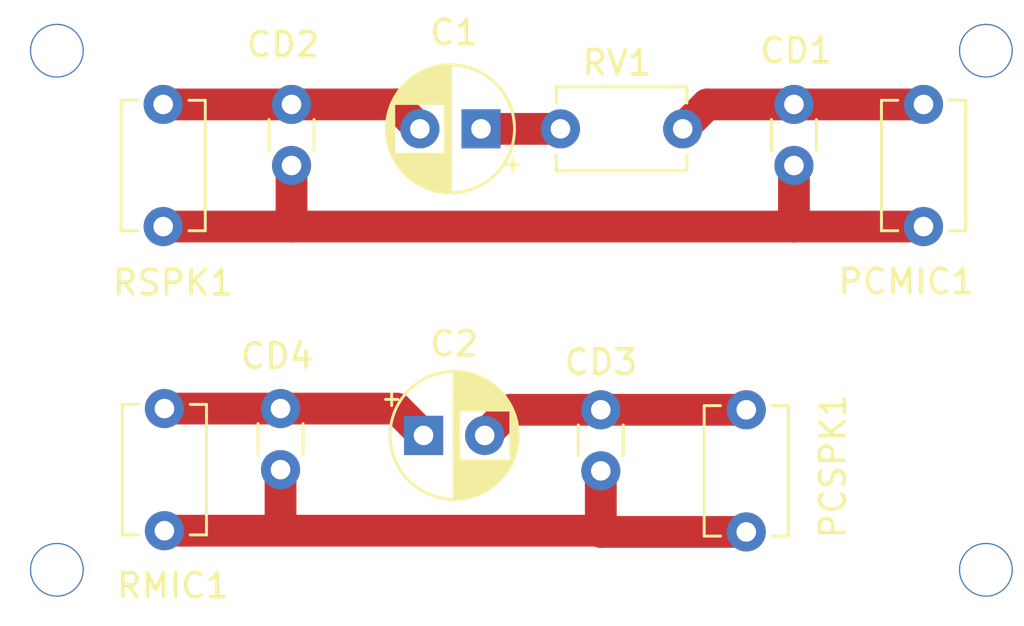
<source format=kicad_pcb>
(kicad_pcb (version 20171130) (host pcbnew 5.1.9-73d0e3b20d~88~ubuntu20.10.1)

  (general
    (thickness 1.6)
    (drawings 6)
    (tracks 30)
    (zones 0)
    (modules 11)
    (nets 8)
  )

  (page User 135.026 125.019)
  (layers
    (0 F.Cu signal)
    (31 B.Cu signal)
    (32 B.Adhes user)
    (33 F.Adhes user)
    (34 B.Paste user)
    (35 F.Paste user)
    (36 B.SilkS user)
    (37 F.SilkS user)
    (38 B.Mask user)
    (39 F.Mask user)
    (40 Dwgs.User user)
    (41 Cmts.User user)
    (42 Eco1.User user)
    (43 Eco2.User user)
    (44 Edge.Cuts user)
    (45 Margin user)
    (46 B.CrtYd user)
    (47 F.CrtYd user)
    (48 B.Fab user)
    (49 F.Fab user)
  )

  (setup
    (last_trace_width 0.25)
    (user_trace_width 1.3)
    (trace_clearance 0.2)
    (zone_clearance 0.508)
    (zone_45_only no)
    (trace_min 0.2)
    (via_size 0.8)
    (via_drill 0.4)
    (via_min_size 0.4)
    (via_min_drill 0.3)
    (user_via 2.2 2.1)
    (uvia_size 0.3)
    (uvia_drill 0.1)
    (uvias_allowed no)
    (uvia_min_size 0.2)
    (uvia_min_drill 0.1)
    (edge_width 0.05)
    (segment_width 0.2)
    (pcb_text_width 0.3)
    (pcb_text_size 1.5 1.5)
    (mod_edge_width 0.12)
    (mod_text_size 1 1)
    (mod_text_width 0.15)
    (pad_size 1.524 1.524)
    (pad_drill 0.762)
    (pad_to_mask_clearance 0)
    (aux_axis_origin 0 0)
    (visible_elements FFFFFF7F)
    (pcbplotparams
      (layerselection 0x010fc_ffffffff)
      (usegerberextensions false)
      (usegerberattributes true)
      (usegerberadvancedattributes true)
      (creategerberjobfile true)
      (excludeedgelayer true)
      (linewidth 0.100000)
      (plotframeref false)
      (viasonmask false)
      (mode 1)
      (useauxorigin false)
      (hpglpennumber 1)
      (hpglpenspeed 20)
      (hpglpendiameter 15.000000)
      (psnegative false)
      (psa4output false)
      (plotreference true)
      (plotvalue true)
      (plotinvisibletext false)
      (padsonsilk false)
      (subtractmaskfromsilk false)
      (outputformat 1)
      (mirror false)
      (drillshape 1)
      (scaleselection 1)
      (outputdirectory ""))
  )

  (net 0 "")
  (net 1 "Net-(C1-Pad2)")
  (net 2 "Net-(C2-Pad1)")
  (net 3 "Net-(CD1-Pad1)")
  (net 4 "Net-(CD1-Pad2)")
  (net 5 "Net-(C2-Pad2)")
  (net 6 "Net-(CD3-Pad2)")
  (net 7 "Net-(C1-Pad1)")

  (net_class Default "This is the default net class."
    (clearance 0.2)
    (trace_width 0.25)
    (via_dia 0.8)
    (via_drill 0.4)
    (uvia_dia 0.3)
    (uvia_drill 0.1)
    (add_net "Net-(C1-Pad1)")
    (add_net "Net-(C1-Pad2)")
    (add_net "Net-(C2-Pad1)")
    (add_net "Net-(C2-Pad2)")
    (add_net "Net-(CD1-Pad1)")
    (add_net "Net-(CD1-Pad2)")
    (add_net "Net-(CD3-Pad2)")
  )

  (module Capacitor_THT:C_Disc_D3.0mm_W1.6mm_P2.50mm (layer F.Cu) (tedit 5AE50EF0) (tstamp 5FF4878A)
    (at 58.85 41.95 270)
    (descr "C, Disc series, Radial, pin pitch=2.50mm, , diameter*width=3.0*1.6mm^2, Capacitor, http://www.vishay.com/docs/45233/krseries.pdf")
    (tags "C Disc series Radial pin pitch 2.50mm  diameter 3.0mm width 1.6mm Capacitor")
    (path /5FE85F3A)
    (fp_text reference CD2 (at -2.45 0.35 180) (layer F.SilkS)
      (effects (font (size 1 1) (thickness 0.15)))
    )
    (fp_text value 1nF (at 2.55 2.05 90) (layer F.Fab)
      (effects (font (size 1 1) (thickness 0.15)))
    )
    (fp_line (start -0.25 -0.8) (end -0.25 0.8) (layer F.Fab) (width 0.1))
    (fp_line (start -0.25 0.8) (end 2.75 0.8) (layer F.Fab) (width 0.1))
    (fp_line (start 2.75 0.8) (end 2.75 -0.8) (layer F.Fab) (width 0.1))
    (fp_line (start 2.75 -0.8) (end -0.25 -0.8) (layer F.Fab) (width 0.1))
    (fp_line (start 0.621 -0.92) (end 1.879 -0.92) (layer F.SilkS) (width 0.12))
    (fp_line (start 0.621 0.92) (end 1.879 0.92) (layer F.SilkS) (width 0.12))
    (fp_line (start -1.05 -1.05) (end -1.05 1.05) (layer F.CrtYd) (width 0.05))
    (fp_line (start -1.05 1.05) (end 3.55 1.05) (layer F.CrtYd) (width 0.05))
    (fp_line (start 3.55 1.05) (end 3.55 -1.05) (layer F.CrtYd) (width 0.05))
    (fp_line (start 3.55 -1.05) (end -1.05 -1.05) (layer F.CrtYd) (width 0.05))
    (fp_text user %R (at 2.55 -1.9 90) (layer F.Fab)
      (effects (font (size 0.6 0.6) (thickness 0.09)))
    )
    (pad 2 thru_hole circle (at 2.5 0 270) (size 1.6 1.6) (drill 0.8) (layers *.Cu *.Mask)
      (net 4 "Net-(CD1-Pad2)"))
    (pad 1 thru_hole circle (at 0 0 270) (size 1.6 1.6) (drill 0.8) (layers *.Cu *.Mask)
      (net 1 "Net-(C1-Pad2)"))
    (model ${KIPRJMOD}/models/RCE5C1H6R0D0DBH03A.STEP
      (offset (xyz 1.25 0 -1))
      (scale (xyz 1 1 1))
      (rotate (xyz -90 0 0))
    )
  )

  (module Capacitor_THT:C_Disc_D3.0mm_W1.6mm_P2.50mm (layer F.Cu) (tedit 5AE50EF0) (tstamp 5FF490EA)
    (at 58.4 54.4 270)
    (descr "C, Disc series, Radial, pin pitch=2.50mm, , diameter*width=3.0*1.6mm^2, Capacitor, http://www.vishay.com/docs/45233/krseries.pdf")
    (tags "C Disc series Radial pin pitch 2.50mm  diameter 3.0mm width 1.6mm Capacitor")
    (path /5FD0B7D5)
    (fp_text reference CD4 (at -2.15 0.15 180) (layer F.SilkS)
      (effects (font (size 1 1) (thickness 0.15)))
    )
    (fp_text value 1nF (at 2.85 1.9 90) (layer F.Fab)
      (effects (font (size 1 1) (thickness 0.15)))
    )
    (fp_line (start -0.25 -0.8) (end -0.25 0.8) (layer F.Fab) (width 0.1))
    (fp_line (start -0.25 0.8) (end 2.75 0.8) (layer F.Fab) (width 0.1))
    (fp_line (start 2.75 0.8) (end 2.75 -0.8) (layer F.Fab) (width 0.1))
    (fp_line (start 2.75 -0.8) (end -0.25 -0.8) (layer F.Fab) (width 0.1))
    (fp_line (start 0.621 -0.92) (end 1.879 -0.92) (layer F.SilkS) (width 0.12))
    (fp_line (start 0.621 0.92) (end 1.879 0.92) (layer F.SilkS) (width 0.12))
    (fp_line (start -1.05 -1.05) (end -1.05 1.05) (layer F.CrtYd) (width 0.05))
    (fp_line (start -1.05 1.05) (end 3.55 1.05) (layer F.CrtYd) (width 0.05))
    (fp_line (start 3.55 1.05) (end 3.55 -1.05) (layer F.CrtYd) (width 0.05))
    (fp_line (start 3.55 -1.05) (end -1.05 -1.05) (layer F.CrtYd) (width 0.05))
    (fp_text user %R (at 2.1 -1.85 90) (layer F.Fab)
      (effects (font (size 0.6 0.6) (thickness 0.09)))
    )
    (pad 2 thru_hole circle (at 2.5 0 270) (size 1.6 1.6) (drill 0.8) (layers *.Cu *.Mask)
      (net 6 "Net-(CD3-Pad2)"))
    (pad 1 thru_hole circle (at 0 0 270) (size 1.6 1.6) (drill 0.8) (layers *.Cu *.Mask)
      (net 2 "Net-(C2-Pad1)"))
    (model ${KIPRJMOD}/models/RCE5C1H6R0D0DBH03A.STEP
      (offset (xyz 1.25 0 -1))
      (scale (xyz 1 1 1))
      (rotate (xyz -90 0 0))
    )
  )

  (module Capacitor_THT:C_Disc_D3.0mm_W1.6mm_P2.50mm (layer F.Cu) (tedit 5AE50EF0) (tstamp 5FF4B154)
    (at 71.5 54.45 270)
    (descr "C, Disc series, Radial, pin pitch=2.50mm, , diameter*width=3.0*1.6mm^2, Capacitor, http://www.vishay.com/docs/45233/krseries.pdf")
    (tags "C Disc series Radial pin pitch 2.50mm  diameter 3.0mm width 1.6mm Capacitor")
    (path /5FD2D22B)
    (fp_text reference CD3 (at -1.95 0 180) (layer F.SilkS)
      (effects (font (size 1 1) (thickness 0.15)))
    )
    (fp_text value 1nF (at 2.8 2.05 90) (layer F.Fab)
      (effects (font (size 1 1) (thickness 0.15)))
    )
    (fp_line (start -0.25 -0.8) (end -0.25 0.8) (layer F.Fab) (width 0.1))
    (fp_line (start -0.25 0.8) (end 2.75 0.8) (layer F.Fab) (width 0.1))
    (fp_line (start 2.75 0.8) (end 2.75 -0.8) (layer F.Fab) (width 0.1))
    (fp_line (start 2.75 -0.8) (end -0.25 -0.8) (layer F.Fab) (width 0.1))
    (fp_line (start 0.621 -0.92) (end 1.879 -0.92) (layer F.SilkS) (width 0.12))
    (fp_line (start 0.621 0.92) (end 1.879 0.92) (layer F.SilkS) (width 0.12))
    (fp_line (start -1.05 -1.05) (end -1.05 1.05) (layer F.CrtYd) (width 0.05))
    (fp_line (start -1.05 1.05) (end 3.55 1.05) (layer F.CrtYd) (width 0.05))
    (fp_line (start 3.55 1.05) (end 3.55 -1.05) (layer F.CrtYd) (width 0.05))
    (fp_line (start 3.55 -1.05) (end -1.05 -1.05) (layer F.CrtYd) (width 0.05))
    (fp_text user %R (at 2.3 -2 90) (layer F.Fab)
      (effects (font (size 0.6 0.6) (thickness 0.09)))
    )
    (pad 2 thru_hole circle (at 2.5 0 270) (size 1.6 1.6) (drill 0.8) (layers *.Cu *.Mask)
      (net 6 "Net-(CD3-Pad2)"))
    (pad 1 thru_hole circle (at 0 0 270) (size 1.6 1.6) (drill 0.8) (layers *.Cu *.Mask)
      (net 5 "Net-(C2-Pad2)"))
    (model ${KIPRJMOD}/models/RCE5C1H6R0D0DBH03A.STEP
      (offset (xyz 1.25 0 -1))
      (scale (xyz 1 1 1))
      (rotate (xyz -90 0 0))
    )
  )

  (module Capacitor_THT:C_Disc_D3.0mm_W1.6mm_P2.50mm (layer F.Cu) (tedit 5AE50EF0) (tstamp 5FF5196B)
    (at 79.4 41.95 270)
    (descr "C, Disc series, Radial, pin pitch=2.50mm, , diameter*width=3.0*1.6mm^2, Capacitor, http://www.vishay.com/docs/45233/krseries.pdf")
    (tags "C Disc series Radial pin pitch 2.50mm  diameter 3.0mm width 1.6mm Capacitor")
    (path /5FE85F25)
    (fp_text reference CD1 (at -2.2 -0.1 180) (layer F.SilkS)
      (effects (font (size 1 1) (thickness 0.15)))
    )
    (fp_text value 1nF (at 2.55 2.15 90) (layer F.Fab)
      (effects (font (size 1 1) (thickness 0.15)))
    )
    (fp_line (start 3.55 -1.05) (end -1.05 -1.05) (layer F.CrtYd) (width 0.05))
    (fp_line (start 3.55 1.05) (end 3.55 -1.05) (layer F.CrtYd) (width 0.05))
    (fp_line (start -1.05 1.05) (end 3.55 1.05) (layer F.CrtYd) (width 0.05))
    (fp_line (start -1.05 -1.05) (end -1.05 1.05) (layer F.CrtYd) (width 0.05))
    (fp_line (start 0.621 0.92) (end 1.879 0.92) (layer F.SilkS) (width 0.12))
    (fp_line (start 0.621 -0.92) (end 1.879 -0.92) (layer F.SilkS) (width 0.12))
    (fp_line (start 2.75 -0.8) (end -0.25 -0.8) (layer F.Fab) (width 0.1))
    (fp_line (start 2.75 0.8) (end 2.75 -0.8) (layer F.Fab) (width 0.1))
    (fp_line (start -0.25 0.8) (end 2.75 0.8) (layer F.Fab) (width 0.1))
    (fp_line (start -0.25 -0.8) (end -0.25 0.8) (layer F.Fab) (width 0.1))
    (fp_text user %R (at 2.3 -1.85 90) (layer F.Fab)
      (effects (font (size 0.6 0.6) (thickness 0.09)))
    )
    (pad 2 thru_hole circle (at 2.5 0 270) (size 1.6 1.6) (drill 0.8) (layers *.Cu *.Mask)
      (net 4 "Net-(CD1-Pad2)"))
    (pad 1 thru_hole circle (at 0 0 270) (size 1.6 1.6) (drill 0.8) (layers *.Cu *.Mask)
      (net 3 "Net-(CD1-Pad1)"))
    (model ${KIPRJMOD}/models/RCE5C1H6R0D0DBH03A.STEP
      (offset (xyz 1.25 0 -1))
      (scale (xyz 1 1 1))
      (rotate (xyz -90 0 0))
    )
  )

  (module footprints:12_C_Disc_D5.1mm_W3.2mm_P5.00mm (layer F.Cu) (tedit 5FF436DB) (tstamp 5FF50ABB)
    (at 69.85 42.95)
    (descr "C, Disc series, Radial, pin pitch=5.00mm, , diameter*width=5.1*3.2mm^2, Capacitor, http://www.vishay.com/docs/45233/krseries.pdf")
    (tags "C Disc series Radial pin pitch 5.00mm  diameter 5.1mm width 3.2mm Capacitor")
    (path /5FF49ECB)
    (fp_text reference RV1 (at 2.3 -2.7) (layer F.SilkS)
      (effects (font (size 1 1) (thickness 0.15)))
    )
    (fp_text value 10K (at 5.4 -2.7) (layer F.Fab)
      (effects (font (size 1 1) (thickness 0.15)))
    )
    (fp_line (start 6.05 -1.85) (end -1.05 -1.85) (layer F.CrtYd) (width 0.05))
    (fp_line (start 6.05 1.85) (end 6.05 -1.85) (layer F.CrtYd) (width 0.05))
    (fp_line (start -1.05 1.85) (end 6.05 1.85) (layer F.CrtYd) (width 0.05))
    (fp_line (start -1.05 -1.85) (end -1.05 1.85) (layer F.CrtYd) (width 0.05))
    (fp_line (start 5.17 1.055) (end 5.17 1.721) (layer F.SilkS) (width 0.12))
    (fp_line (start 5.17 -1.721) (end 5.17 -1.055) (layer F.SilkS) (width 0.12))
    (fp_line (start -0.17 1.055) (end -0.17 1.721) (layer F.SilkS) (width 0.12))
    (fp_line (start -0.17 -1.721) (end -0.17 -1.055) (layer F.SilkS) (width 0.12))
    (fp_line (start -0.17 1.721) (end 5.17 1.721) (layer F.SilkS) (width 0.12))
    (fp_line (start -0.17 -1.721) (end 5.17 -1.721) (layer F.SilkS) (width 0.12))
    (fp_line (start 5.05 -1.6) (end -0.05 -1.6) (layer F.Fab) (width 0.1))
    (fp_line (start 5.05 1.6) (end 5.05 -1.6) (layer F.Fab) (width 0.1))
    (fp_line (start -0.05 1.6) (end 5.05 1.6) (layer F.Fab) (width 0.1))
    (fp_line (start -0.05 -1.6) (end -0.05 1.6) (layer F.Fab) (width 0.1))
    (fp_text user %R (at 2.5 0) (layer F.Fab)
      (effects (font (size 1 1) (thickness 0.15)))
    )
    (pad 2 thru_hole circle (at 5 0) (size 1.6 1.6) (drill 0.8) (layers *.Cu *.Mask)
      (net 3 "Net-(CD1-Pad1)"))
    (pad 1 thru_hole circle (at 0 0) (size 1.6 1.6) (drill 0.8) (layers *.Cu *.Mask)
      (net 7 "Net-(C1-Pad1)"))
  )

  (module footprints:C_Disc_D5.1mm_W3.2mm_P5.00mm (layer F.Cu) (tedit 5FF43636) (tstamp 5FF491B5)
    (at 53.65 54.4 270)
    (descr "C, Disc series, Radial, pin pitch=5.00mm, , diameter*width=5.1*3.2mm^2, Capacitor, http://www.vishay.com/docs/45233/krseries.pdf")
    (tags "C Disc series Radial pin pitch 5.00mm  diameter 5.1mm width 3.2mm Capacitor")
    (path /5FF56ACB)
    (fp_text reference RMIC1 (at 7.25 -0.35 180) (layer F.SilkS)
      (effects (font (size 1 1) (thickness 0.15)))
    )
    (fp_text value "RMIC (12v)" (at 0.85 3.15 270) (layer F.Fab)
      (effects (font (size 1 1) (thickness 0.15)))
    )
    (fp_line (start -0.05 -1.6) (end -0.05 1.6) (layer F.Fab) (width 0.1))
    (fp_line (start -0.05 1.6) (end 5.05 1.6) (layer F.Fab) (width 0.1))
    (fp_line (start 5.05 1.6) (end 5.05 -1.6) (layer F.Fab) (width 0.1))
    (fp_line (start 5.05 -1.6) (end -0.05 -1.6) (layer F.Fab) (width 0.1))
    (fp_line (start -0.17 -1.721) (end 5.17 -1.721) (layer F.SilkS) (width 0.12))
    (fp_line (start -0.17 1.721) (end 5.17 1.721) (layer F.SilkS) (width 0.12))
    (fp_line (start -0.17 -1.721) (end -0.17 -1.055) (layer F.SilkS) (width 0.12))
    (fp_line (start -0.17 1.055) (end -0.17 1.721) (layer F.SilkS) (width 0.12))
    (fp_line (start 5.17 -1.721) (end 5.17 -1.055) (layer F.SilkS) (width 0.12))
    (fp_line (start 5.17 1.055) (end 5.17 1.721) (layer F.SilkS) (width 0.12))
    (fp_line (start -1.05 -1.85) (end -1.05 1.85) (layer F.CrtYd) (width 0.05))
    (fp_line (start -1.05 1.85) (end 6.05 1.85) (layer F.CrtYd) (width 0.05))
    (fp_line (start 6.05 1.85) (end 6.05 -1.85) (layer F.CrtYd) (width 0.05))
    (fp_line (start 6.05 -1.85) (end -1.05 -1.85) (layer F.CrtYd) (width 0.05))
    (fp_text user %R (at -1.9 -0.35) (layer F.Fab)
      (effects (font (size 1 1) (thickness 0.15)))
    )
    (pad S thru_hole circle (at 5 0 270) (size 1.6 1.6) (drill 0.8) (layers *.Cu *.Mask)
      (net 6 "Net-(CD3-Pad2)"))
    (pad T thru_hole circle (at 0 0 270) (size 1.6 1.6) (drill 0.8) (layers *.Cu *.Mask)
      (net 2 "Net-(C2-Pad1)"))
  )

  (module footprints:C_Disc_D5.1mm_W3.2mm_P5.00mm (layer F.Cu) (tedit 5FF43636) (tstamp 5FF4810F)
    (at 77.45 54.45 270)
    (descr "C, Disc series, Radial, pin pitch=5.00mm, , diameter*width=5.1*3.2mm^2, Capacitor, http://www.vishay.com/docs/45233/krseries.pdf")
    (tags "C Disc series Radial pin pitch 5.00mm  diameter 5.1mm width 3.2mm Capacitor")
    (path /5FF47BF9)
    (fp_text reference PCSPK1 (at 2.3 -3.55 270) (layer F.SilkS)
      (effects (font (size 1 1) (thickness 0.15)))
    )
    (fp_text value PC_SPK (at -1.95 -0.05 180) (layer F.Fab)
      (effects (font (size 1 1) (thickness 0.15)))
    )
    (fp_line (start -0.05 -1.6) (end -0.05 1.6) (layer F.Fab) (width 0.1))
    (fp_line (start -0.05 1.6) (end 5.05 1.6) (layer F.Fab) (width 0.1))
    (fp_line (start 5.05 1.6) (end 5.05 -1.6) (layer F.Fab) (width 0.1))
    (fp_line (start 5.05 -1.6) (end -0.05 -1.6) (layer F.Fab) (width 0.1))
    (fp_line (start -0.17 -1.721) (end 5.17 -1.721) (layer F.SilkS) (width 0.12))
    (fp_line (start -0.17 1.721) (end 5.17 1.721) (layer F.SilkS) (width 0.12))
    (fp_line (start -0.17 -1.721) (end -0.17 -1.055) (layer F.SilkS) (width 0.12))
    (fp_line (start -0.17 1.055) (end -0.17 1.721) (layer F.SilkS) (width 0.12))
    (fp_line (start 5.17 -1.721) (end 5.17 -1.055) (layer F.SilkS) (width 0.12))
    (fp_line (start 5.17 1.055) (end 5.17 1.721) (layer F.SilkS) (width 0.12))
    (fp_line (start -1.05 -1.85) (end -1.05 1.85) (layer F.CrtYd) (width 0.05))
    (fp_line (start -1.05 1.85) (end 6.05 1.85) (layer F.CrtYd) (width 0.05))
    (fp_line (start 6.05 1.85) (end 6.05 -1.85) (layer F.CrtYd) (width 0.05))
    (fp_line (start 6.05 -1.85) (end -1.05 -1.85) (layer F.CrtYd) (width 0.05))
    (fp_text user %R (at 7.3 -0.55 180) (layer F.Fab)
      (effects (font (size 1 1) (thickness 0.15)))
    )
    (pad S thru_hole circle (at 5 0 270) (size 1.6 1.6) (drill 0.8) (layers *.Cu *.Mask)
      (net 6 "Net-(CD3-Pad2)"))
    (pad T thru_hole circle (at 0 0 270) (size 1.6 1.6) (drill 0.8) (layers *.Cu *.Mask)
      (net 5 "Net-(C2-Pad2)"))
  )

  (module footprints:C_Disc_D5.1mm_W3.2mm_P5.00mm (layer F.Cu) (tedit 5FF43636) (tstamp 5FFD68CC)
    (at 53.6 41.95 270)
    (descr "C, Disc series, Radial, pin pitch=5.00mm, , diameter*width=5.1*3.2mm^2, Capacitor, http://www.vishay.com/docs/45233/krseries.pdf")
    (tags "C Disc series Radial pin pitch 5.00mm  diameter 5.1mm width 3.2mm Capacitor")
    (path /5FF47602)
    (fp_text reference RSPK1 (at 7.3 -0.4 180) (layer F.SilkS)
      (effects (font (size 1 1) (thickness 0.15)))
    )
    (fp_text value RSPK (at 2.5 2.85 90) (layer F.Fab)
      (effects (font (size 1 1) (thickness 0.15)))
    )
    (fp_line (start 6.05 -1.85) (end -1.05 -1.85) (layer F.CrtYd) (width 0.05))
    (fp_line (start 6.05 1.85) (end 6.05 -1.85) (layer F.CrtYd) (width 0.05))
    (fp_line (start -1.05 1.85) (end 6.05 1.85) (layer F.CrtYd) (width 0.05))
    (fp_line (start -1.05 -1.85) (end -1.05 1.85) (layer F.CrtYd) (width 0.05))
    (fp_line (start 5.17 1.055) (end 5.17 1.721) (layer F.SilkS) (width 0.12))
    (fp_line (start 5.17 -1.721) (end 5.17 -1.055) (layer F.SilkS) (width 0.12))
    (fp_line (start -0.17 1.055) (end -0.17 1.721) (layer F.SilkS) (width 0.12))
    (fp_line (start -0.17 -1.721) (end -0.17 -1.055) (layer F.SilkS) (width 0.12))
    (fp_line (start -0.17 1.721) (end 5.17 1.721) (layer F.SilkS) (width 0.12))
    (fp_line (start -0.17 -1.721) (end 5.17 -1.721) (layer F.SilkS) (width 0.12))
    (fp_line (start 5.05 -1.6) (end -0.05 -1.6) (layer F.Fab) (width 0.1))
    (fp_line (start 5.05 1.6) (end 5.05 -1.6) (layer F.Fab) (width 0.1))
    (fp_line (start -0.05 1.6) (end 5.05 1.6) (layer F.Fab) (width 0.1))
    (fp_line (start -0.05 -1.6) (end -0.05 1.6) (layer F.Fab) (width 0.1))
    (fp_text user %R (at -1.95 -0.15 180) (layer F.Fab)
      (effects (font (size 1 1) (thickness 0.15)))
    )
    (pad S thru_hole circle (at 5 0 270) (size 1.6 1.6) (drill 0.8) (layers *.Cu *.Mask)
      (net 4 "Net-(CD1-Pad2)"))
    (pad T thru_hole circle (at 0 0 270) (size 1.6 1.6) (drill 0.8) (layers *.Cu *.Mask)
      (net 1 "Net-(C1-Pad2)"))
  )

  (module footprints:C_Disc_D5.1mm_W3.2mm_P5.00mm (layer F.Cu) (tedit 5FF43636) (tstamp 5FF51783)
    (at 84.7 41.95 270)
    (descr "C, Disc series, Radial, pin pitch=5.00mm, , diameter*width=5.1*3.2mm^2, Capacitor, http://www.vishay.com/docs/45233/krseries.pdf")
    (tags "C Disc series Radial pin pitch 5.00mm  diameter 5.1mm width 3.2mm Capacitor")
    (path /5FE85F33)
    (fp_text reference PCMIC1 (at 7.25 0.7 180) (layer F.SilkS)
      (effects (font (size 1 1) (thickness 0.15)))
    )
    (fp_text value PC_MIC (at -3.2 1.2 180) (layer F.Fab)
      (effects (font (size 1 1) (thickness 0.15)))
    )
    (fp_line (start 6.05 -1.85) (end -1.05 -1.85) (layer F.CrtYd) (width 0.05))
    (fp_line (start 6.05 1.85) (end 6.05 -1.85) (layer F.CrtYd) (width 0.05))
    (fp_line (start -1.05 1.85) (end 6.05 1.85) (layer F.CrtYd) (width 0.05))
    (fp_line (start -1.05 -1.85) (end -1.05 1.85) (layer F.CrtYd) (width 0.05))
    (fp_line (start 5.17 1.055) (end 5.17 1.721) (layer F.SilkS) (width 0.12))
    (fp_line (start 5.17 -1.721) (end 5.17 -1.055) (layer F.SilkS) (width 0.12))
    (fp_line (start -0.17 1.055) (end -0.17 1.721) (layer F.SilkS) (width 0.12))
    (fp_line (start -0.17 -1.721) (end -0.17 -1.055) (layer F.SilkS) (width 0.12))
    (fp_line (start -0.17 1.721) (end 5.17 1.721) (layer F.SilkS) (width 0.12))
    (fp_line (start -0.17 -1.721) (end 5.17 -1.721) (layer F.SilkS) (width 0.12))
    (fp_line (start 5.05 -1.6) (end -0.05 -1.6) (layer F.Fab) (width 0.1))
    (fp_line (start 5.05 1.6) (end 5.05 -1.6) (layer F.Fab) (width 0.1))
    (fp_line (start -0.05 1.6) (end 5.05 1.6) (layer F.Fab) (width 0.1))
    (fp_line (start -0.05 -1.6) (end -0.05 1.6) (layer F.Fab) (width 0.1))
    (fp_text user %R (at 2.5 0 90) (layer F.Fab)
      (effects (font (size 1 1) (thickness 0.15)))
    )
    (pad S thru_hole circle (at 5 0 270) (size 1.6 1.6) (drill 0.8) (layers *.Cu *.Mask)
      (net 4 "Net-(CD1-Pad2)"))
    (pad T thru_hole circle (at 0 0 270) (size 1.6 1.6) (drill 0.8) (layers *.Cu *.Mask)
      (net 3 "Net-(CD1-Pad1)"))
  )

  (module Capacitor_THT:CP_Radial_D5.0mm_P2.50mm (layer F.Cu) (tedit 5AE50EF0) (tstamp 5FF471CC)
    (at 64.25 55.5)
    (descr "CP, Radial series, Radial, pin pitch=2.50mm, , diameter=5mm, Electrolytic Capacitor")
    (tags "CP Radial series Radial pin pitch 2.50mm  diameter 5mm Electrolytic Capacitor")
    (path /5FCF95E4)
    (fp_text reference C2 (at 1.25 -3.75) (layer F.SilkS)
      (effects (font (size 1 1) (thickness 0.15)))
    )
    (fp_text value 10uF (at 1.75 5.5) (layer F.Fab)
      (effects (font (size 1 1) (thickness 0.15)))
    )
    (fp_circle (center 1.25 0) (end 3.75 0) (layer F.Fab) (width 0.1))
    (fp_circle (center 1.25 0) (end 3.87 0) (layer F.SilkS) (width 0.12))
    (fp_circle (center 1.25 0) (end 4 0) (layer F.CrtYd) (width 0.05))
    (fp_line (start -0.883605 -1.0875) (end -0.383605 -1.0875) (layer F.Fab) (width 0.1))
    (fp_line (start -0.633605 -1.3375) (end -0.633605 -0.8375) (layer F.Fab) (width 0.1))
    (fp_line (start 1.25 -2.58) (end 1.25 2.58) (layer F.SilkS) (width 0.12))
    (fp_line (start 1.29 -2.58) (end 1.29 2.58) (layer F.SilkS) (width 0.12))
    (fp_line (start 1.33 -2.579) (end 1.33 2.579) (layer F.SilkS) (width 0.12))
    (fp_line (start 1.37 -2.578) (end 1.37 2.578) (layer F.SilkS) (width 0.12))
    (fp_line (start 1.41 -2.576) (end 1.41 2.576) (layer F.SilkS) (width 0.12))
    (fp_line (start 1.45 -2.573) (end 1.45 2.573) (layer F.SilkS) (width 0.12))
    (fp_line (start 1.49 -2.569) (end 1.49 -1.04) (layer F.SilkS) (width 0.12))
    (fp_line (start 1.49 1.04) (end 1.49 2.569) (layer F.SilkS) (width 0.12))
    (fp_line (start 1.53 -2.565) (end 1.53 -1.04) (layer F.SilkS) (width 0.12))
    (fp_line (start 1.53 1.04) (end 1.53 2.565) (layer F.SilkS) (width 0.12))
    (fp_line (start 1.57 -2.561) (end 1.57 -1.04) (layer F.SilkS) (width 0.12))
    (fp_line (start 1.57 1.04) (end 1.57 2.561) (layer F.SilkS) (width 0.12))
    (fp_line (start 1.61 -2.556) (end 1.61 -1.04) (layer F.SilkS) (width 0.12))
    (fp_line (start 1.61 1.04) (end 1.61 2.556) (layer F.SilkS) (width 0.12))
    (fp_line (start 1.65 -2.55) (end 1.65 -1.04) (layer F.SilkS) (width 0.12))
    (fp_line (start 1.65 1.04) (end 1.65 2.55) (layer F.SilkS) (width 0.12))
    (fp_line (start 1.69 -2.543) (end 1.69 -1.04) (layer F.SilkS) (width 0.12))
    (fp_line (start 1.69 1.04) (end 1.69 2.543) (layer F.SilkS) (width 0.12))
    (fp_line (start 1.73 -2.536) (end 1.73 -1.04) (layer F.SilkS) (width 0.12))
    (fp_line (start 1.73 1.04) (end 1.73 2.536) (layer F.SilkS) (width 0.12))
    (fp_line (start 1.77 -2.528) (end 1.77 -1.04) (layer F.SilkS) (width 0.12))
    (fp_line (start 1.77 1.04) (end 1.77 2.528) (layer F.SilkS) (width 0.12))
    (fp_line (start 1.81 -2.52) (end 1.81 -1.04) (layer F.SilkS) (width 0.12))
    (fp_line (start 1.81 1.04) (end 1.81 2.52) (layer F.SilkS) (width 0.12))
    (fp_line (start 1.85 -2.511) (end 1.85 -1.04) (layer F.SilkS) (width 0.12))
    (fp_line (start 1.85 1.04) (end 1.85 2.511) (layer F.SilkS) (width 0.12))
    (fp_line (start 1.89 -2.501) (end 1.89 -1.04) (layer F.SilkS) (width 0.12))
    (fp_line (start 1.89 1.04) (end 1.89 2.501) (layer F.SilkS) (width 0.12))
    (fp_line (start 1.93 -2.491) (end 1.93 -1.04) (layer F.SilkS) (width 0.12))
    (fp_line (start 1.93 1.04) (end 1.93 2.491) (layer F.SilkS) (width 0.12))
    (fp_line (start 1.971 -2.48) (end 1.971 -1.04) (layer F.SilkS) (width 0.12))
    (fp_line (start 1.971 1.04) (end 1.971 2.48) (layer F.SilkS) (width 0.12))
    (fp_line (start 2.011 -2.468) (end 2.011 -1.04) (layer F.SilkS) (width 0.12))
    (fp_line (start 2.011 1.04) (end 2.011 2.468) (layer F.SilkS) (width 0.12))
    (fp_line (start 2.051 -2.455) (end 2.051 -1.04) (layer F.SilkS) (width 0.12))
    (fp_line (start 2.051 1.04) (end 2.051 2.455) (layer F.SilkS) (width 0.12))
    (fp_line (start 2.091 -2.442) (end 2.091 -1.04) (layer F.SilkS) (width 0.12))
    (fp_line (start 2.091 1.04) (end 2.091 2.442) (layer F.SilkS) (width 0.12))
    (fp_line (start 2.131 -2.428) (end 2.131 -1.04) (layer F.SilkS) (width 0.12))
    (fp_line (start 2.131 1.04) (end 2.131 2.428) (layer F.SilkS) (width 0.12))
    (fp_line (start 2.171 -2.414) (end 2.171 -1.04) (layer F.SilkS) (width 0.12))
    (fp_line (start 2.171 1.04) (end 2.171 2.414) (layer F.SilkS) (width 0.12))
    (fp_line (start 2.211 -2.398) (end 2.211 -1.04) (layer F.SilkS) (width 0.12))
    (fp_line (start 2.211 1.04) (end 2.211 2.398) (layer F.SilkS) (width 0.12))
    (fp_line (start 2.251 -2.382) (end 2.251 -1.04) (layer F.SilkS) (width 0.12))
    (fp_line (start 2.251 1.04) (end 2.251 2.382) (layer F.SilkS) (width 0.12))
    (fp_line (start 2.291 -2.365) (end 2.291 -1.04) (layer F.SilkS) (width 0.12))
    (fp_line (start 2.291 1.04) (end 2.291 2.365) (layer F.SilkS) (width 0.12))
    (fp_line (start 2.331 -2.348) (end 2.331 -1.04) (layer F.SilkS) (width 0.12))
    (fp_line (start 2.331 1.04) (end 2.331 2.348) (layer F.SilkS) (width 0.12))
    (fp_line (start 2.371 -2.329) (end 2.371 -1.04) (layer F.SilkS) (width 0.12))
    (fp_line (start 2.371 1.04) (end 2.371 2.329) (layer F.SilkS) (width 0.12))
    (fp_line (start 2.411 -2.31) (end 2.411 -1.04) (layer F.SilkS) (width 0.12))
    (fp_line (start 2.411 1.04) (end 2.411 2.31) (layer F.SilkS) (width 0.12))
    (fp_line (start 2.451 -2.29) (end 2.451 -1.04) (layer F.SilkS) (width 0.12))
    (fp_line (start 2.451 1.04) (end 2.451 2.29) (layer F.SilkS) (width 0.12))
    (fp_line (start 2.491 -2.268) (end 2.491 -1.04) (layer F.SilkS) (width 0.12))
    (fp_line (start 2.491 1.04) (end 2.491 2.268) (layer F.SilkS) (width 0.12))
    (fp_line (start 2.531 -2.247) (end 2.531 -1.04) (layer F.SilkS) (width 0.12))
    (fp_line (start 2.531 1.04) (end 2.531 2.247) (layer F.SilkS) (width 0.12))
    (fp_line (start 2.571 -2.224) (end 2.571 -1.04) (layer F.SilkS) (width 0.12))
    (fp_line (start 2.571 1.04) (end 2.571 2.224) (layer F.SilkS) (width 0.12))
    (fp_line (start 2.611 -2.2) (end 2.611 -1.04) (layer F.SilkS) (width 0.12))
    (fp_line (start 2.611 1.04) (end 2.611 2.2) (layer F.SilkS) (width 0.12))
    (fp_line (start 2.651 -2.175) (end 2.651 -1.04) (layer F.SilkS) (width 0.12))
    (fp_line (start 2.651 1.04) (end 2.651 2.175) (layer F.SilkS) (width 0.12))
    (fp_line (start 2.691 -2.149) (end 2.691 -1.04) (layer F.SilkS) (width 0.12))
    (fp_line (start 2.691 1.04) (end 2.691 2.149) (layer F.SilkS) (width 0.12))
    (fp_line (start 2.731 -2.122) (end 2.731 -1.04) (layer F.SilkS) (width 0.12))
    (fp_line (start 2.731 1.04) (end 2.731 2.122) (layer F.SilkS) (width 0.12))
    (fp_line (start 2.771 -2.095) (end 2.771 -1.04) (layer F.SilkS) (width 0.12))
    (fp_line (start 2.771 1.04) (end 2.771 2.095) (layer F.SilkS) (width 0.12))
    (fp_line (start 2.811 -2.065) (end 2.811 -1.04) (layer F.SilkS) (width 0.12))
    (fp_line (start 2.811 1.04) (end 2.811 2.065) (layer F.SilkS) (width 0.12))
    (fp_line (start 2.851 -2.035) (end 2.851 -1.04) (layer F.SilkS) (width 0.12))
    (fp_line (start 2.851 1.04) (end 2.851 2.035) (layer F.SilkS) (width 0.12))
    (fp_line (start 2.891 -2.004) (end 2.891 -1.04) (layer F.SilkS) (width 0.12))
    (fp_line (start 2.891 1.04) (end 2.891 2.004) (layer F.SilkS) (width 0.12))
    (fp_line (start 2.931 -1.971) (end 2.931 -1.04) (layer F.SilkS) (width 0.12))
    (fp_line (start 2.931 1.04) (end 2.931 1.971) (layer F.SilkS) (width 0.12))
    (fp_line (start 2.971 -1.937) (end 2.971 -1.04) (layer F.SilkS) (width 0.12))
    (fp_line (start 2.971 1.04) (end 2.971 1.937) (layer F.SilkS) (width 0.12))
    (fp_line (start 3.011 -1.901) (end 3.011 -1.04) (layer F.SilkS) (width 0.12))
    (fp_line (start 3.011 1.04) (end 3.011 1.901) (layer F.SilkS) (width 0.12))
    (fp_line (start 3.051 -1.864) (end 3.051 -1.04) (layer F.SilkS) (width 0.12))
    (fp_line (start 3.051 1.04) (end 3.051 1.864) (layer F.SilkS) (width 0.12))
    (fp_line (start 3.091 -1.826) (end 3.091 -1.04) (layer F.SilkS) (width 0.12))
    (fp_line (start 3.091 1.04) (end 3.091 1.826) (layer F.SilkS) (width 0.12))
    (fp_line (start 3.131 -1.785) (end 3.131 -1.04) (layer F.SilkS) (width 0.12))
    (fp_line (start 3.131 1.04) (end 3.131 1.785) (layer F.SilkS) (width 0.12))
    (fp_line (start 3.171 -1.743) (end 3.171 -1.04) (layer F.SilkS) (width 0.12))
    (fp_line (start 3.171 1.04) (end 3.171 1.743) (layer F.SilkS) (width 0.12))
    (fp_line (start 3.211 -1.699) (end 3.211 -1.04) (layer F.SilkS) (width 0.12))
    (fp_line (start 3.211 1.04) (end 3.211 1.699) (layer F.SilkS) (width 0.12))
    (fp_line (start 3.251 -1.653) (end 3.251 -1.04) (layer F.SilkS) (width 0.12))
    (fp_line (start 3.251 1.04) (end 3.251 1.653) (layer F.SilkS) (width 0.12))
    (fp_line (start 3.291 -1.605) (end 3.291 -1.04) (layer F.SilkS) (width 0.12))
    (fp_line (start 3.291 1.04) (end 3.291 1.605) (layer F.SilkS) (width 0.12))
    (fp_line (start 3.331 -1.554) (end 3.331 -1.04) (layer F.SilkS) (width 0.12))
    (fp_line (start 3.331 1.04) (end 3.331 1.554) (layer F.SilkS) (width 0.12))
    (fp_line (start 3.371 -1.5) (end 3.371 -1.04) (layer F.SilkS) (width 0.12))
    (fp_line (start 3.371 1.04) (end 3.371 1.5) (layer F.SilkS) (width 0.12))
    (fp_line (start 3.411 -1.443) (end 3.411 -1.04) (layer F.SilkS) (width 0.12))
    (fp_line (start 3.411 1.04) (end 3.411 1.443) (layer F.SilkS) (width 0.12))
    (fp_line (start 3.451 -1.383) (end 3.451 -1.04) (layer F.SilkS) (width 0.12))
    (fp_line (start 3.451 1.04) (end 3.451 1.383) (layer F.SilkS) (width 0.12))
    (fp_line (start 3.491 -1.319) (end 3.491 -1.04) (layer F.SilkS) (width 0.12))
    (fp_line (start 3.491 1.04) (end 3.491 1.319) (layer F.SilkS) (width 0.12))
    (fp_line (start 3.531 -1.251) (end 3.531 -1.04) (layer F.SilkS) (width 0.12))
    (fp_line (start 3.531 1.04) (end 3.531 1.251) (layer F.SilkS) (width 0.12))
    (fp_line (start 3.571 -1.178) (end 3.571 1.178) (layer F.SilkS) (width 0.12))
    (fp_line (start 3.611 -1.098) (end 3.611 1.098) (layer F.SilkS) (width 0.12))
    (fp_line (start 3.651 -1.011) (end 3.651 1.011) (layer F.SilkS) (width 0.12))
    (fp_line (start 3.691 -0.915) (end 3.691 0.915) (layer F.SilkS) (width 0.12))
    (fp_line (start 3.731 -0.805) (end 3.731 0.805) (layer F.SilkS) (width 0.12))
    (fp_line (start 3.771 -0.677) (end 3.771 0.677) (layer F.SilkS) (width 0.12))
    (fp_line (start 3.811 -0.518) (end 3.811 0.518) (layer F.SilkS) (width 0.12))
    (fp_line (start 3.851 -0.284) (end 3.851 0.284) (layer F.SilkS) (width 0.12))
    (fp_line (start -1.554775 -1.475) (end -1.054775 -1.475) (layer F.SilkS) (width 0.12))
    (fp_line (start -1.304775 -1.725) (end -1.304775 -1.225) (layer F.SilkS) (width 0.12))
    (fp_text user %R (at 1.25 0) (layer F.Fab)
      (effects (font (size 1 1) (thickness 0.15)))
    )
    (pad 2 thru_hole circle (at 2.5 0) (size 1.6 1.6) (drill 0.8) (layers *.Cu *.Mask)
      (net 5 "Net-(C2-Pad2)"))
    (pad 1 thru_hole rect (at 0 0) (size 1.6 1.6) (drill 0.8) (layers *.Cu *.Mask)
      (net 2 "Net-(C2-Pad1)"))
    (model ${KISYS3DMOD}/Capacitor_THT.3dshapes/CP_Radial_D5.0mm_P2.50mm.wrl
      (at (xyz 0 0 0))
      (scale (xyz 1 1 1))
      (rotate (xyz 0 0 0))
    )
  )

  (module Capacitor_THT:CP_Radial_D5.0mm_P2.50mm (layer F.Cu) (tedit 5AE50EF0) (tstamp 5FF477F4)
    (at 66.6 42.95 180)
    (descr "CP, Radial series, Radial, pin pitch=2.50mm, , diameter=5mm, Electrolytic Capacitor")
    (tags "CP Radial series Radial pin pitch 2.50mm  diameter 5mm Electrolytic Capacitor")
    (path /5FE85F18)
    (fp_text reference C1 (at 1.1 3.95) (layer F.SilkS)
      (effects (font (size 1 1) (thickness 0.15)))
    )
    (fp_text value 10uF (at -1.9 3.95) (layer F.Fab)
      (effects (font (size 1 1) (thickness 0.15)))
    )
    (fp_circle (center 1.25 0) (end 3.75 0) (layer F.Fab) (width 0.1))
    (fp_circle (center 1.25 0) (end 3.87 0) (layer F.SilkS) (width 0.12))
    (fp_circle (center 1.25 0) (end 4 0) (layer F.CrtYd) (width 0.05))
    (fp_line (start -0.883605 -1.0875) (end -0.383605 -1.0875) (layer F.Fab) (width 0.1))
    (fp_line (start -0.633605 -1.3375) (end -0.633605 -0.8375) (layer F.Fab) (width 0.1))
    (fp_line (start 1.25 -2.58) (end 1.25 2.58) (layer F.SilkS) (width 0.12))
    (fp_line (start 1.29 -2.58) (end 1.29 2.58) (layer F.SilkS) (width 0.12))
    (fp_line (start 1.33 -2.579) (end 1.33 2.579) (layer F.SilkS) (width 0.12))
    (fp_line (start 1.37 -2.578) (end 1.37 2.578) (layer F.SilkS) (width 0.12))
    (fp_line (start 1.41 -2.576) (end 1.41 2.576) (layer F.SilkS) (width 0.12))
    (fp_line (start 1.45 -2.573) (end 1.45 2.573) (layer F.SilkS) (width 0.12))
    (fp_line (start 1.49 -2.569) (end 1.49 -1.04) (layer F.SilkS) (width 0.12))
    (fp_line (start 1.49 1.04) (end 1.49 2.569) (layer F.SilkS) (width 0.12))
    (fp_line (start 1.53 -2.565) (end 1.53 -1.04) (layer F.SilkS) (width 0.12))
    (fp_line (start 1.53 1.04) (end 1.53 2.565) (layer F.SilkS) (width 0.12))
    (fp_line (start 1.57 -2.561) (end 1.57 -1.04) (layer F.SilkS) (width 0.12))
    (fp_line (start 1.57 1.04) (end 1.57 2.561) (layer F.SilkS) (width 0.12))
    (fp_line (start 1.61 -2.556) (end 1.61 -1.04) (layer F.SilkS) (width 0.12))
    (fp_line (start 1.61 1.04) (end 1.61 2.556) (layer F.SilkS) (width 0.12))
    (fp_line (start 1.65 -2.55) (end 1.65 -1.04) (layer F.SilkS) (width 0.12))
    (fp_line (start 1.65 1.04) (end 1.65 2.55) (layer F.SilkS) (width 0.12))
    (fp_line (start 1.69 -2.543) (end 1.69 -1.04) (layer F.SilkS) (width 0.12))
    (fp_line (start 1.69 1.04) (end 1.69 2.543) (layer F.SilkS) (width 0.12))
    (fp_line (start 1.73 -2.536) (end 1.73 -1.04) (layer F.SilkS) (width 0.12))
    (fp_line (start 1.73 1.04) (end 1.73 2.536) (layer F.SilkS) (width 0.12))
    (fp_line (start 1.77 -2.528) (end 1.77 -1.04) (layer F.SilkS) (width 0.12))
    (fp_line (start 1.77 1.04) (end 1.77 2.528) (layer F.SilkS) (width 0.12))
    (fp_line (start 1.81 -2.52) (end 1.81 -1.04) (layer F.SilkS) (width 0.12))
    (fp_line (start 1.81 1.04) (end 1.81 2.52) (layer F.SilkS) (width 0.12))
    (fp_line (start 1.85 -2.511) (end 1.85 -1.04) (layer F.SilkS) (width 0.12))
    (fp_line (start 1.85 1.04) (end 1.85 2.511) (layer F.SilkS) (width 0.12))
    (fp_line (start 1.89 -2.501) (end 1.89 -1.04) (layer F.SilkS) (width 0.12))
    (fp_line (start 1.89 1.04) (end 1.89 2.501) (layer F.SilkS) (width 0.12))
    (fp_line (start 1.93 -2.491) (end 1.93 -1.04) (layer F.SilkS) (width 0.12))
    (fp_line (start 1.93 1.04) (end 1.93 2.491) (layer F.SilkS) (width 0.12))
    (fp_line (start 1.971 -2.48) (end 1.971 -1.04) (layer F.SilkS) (width 0.12))
    (fp_line (start 1.971 1.04) (end 1.971 2.48) (layer F.SilkS) (width 0.12))
    (fp_line (start 2.011 -2.468) (end 2.011 -1.04) (layer F.SilkS) (width 0.12))
    (fp_line (start 2.011 1.04) (end 2.011 2.468) (layer F.SilkS) (width 0.12))
    (fp_line (start 2.051 -2.455) (end 2.051 -1.04) (layer F.SilkS) (width 0.12))
    (fp_line (start 2.051 1.04) (end 2.051 2.455) (layer F.SilkS) (width 0.12))
    (fp_line (start 2.091 -2.442) (end 2.091 -1.04) (layer F.SilkS) (width 0.12))
    (fp_line (start 2.091 1.04) (end 2.091 2.442) (layer F.SilkS) (width 0.12))
    (fp_line (start 2.131 -2.428) (end 2.131 -1.04) (layer F.SilkS) (width 0.12))
    (fp_line (start 2.131 1.04) (end 2.131 2.428) (layer F.SilkS) (width 0.12))
    (fp_line (start 2.171 -2.414) (end 2.171 -1.04) (layer F.SilkS) (width 0.12))
    (fp_line (start 2.171 1.04) (end 2.171 2.414) (layer F.SilkS) (width 0.12))
    (fp_line (start 2.211 -2.398) (end 2.211 -1.04) (layer F.SilkS) (width 0.12))
    (fp_line (start 2.211 1.04) (end 2.211 2.398) (layer F.SilkS) (width 0.12))
    (fp_line (start 2.251 -2.382) (end 2.251 -1.04) (layer F.SilkS) (width 0.12))
    (fp_line (start 2.251 1.04) (end 2.251 2.382) (layer F.SilkS) (width 0.12))
    (fp_line (start 2.291 -2.365) (end 2.291 -1.04) (layer F.SilkS) (width 0.12))
    (fp_line (start 2.291 1.04) (end 2.291 2.365) (layer F.SilkS) (width 0.12))
    (fp_line (start 2.331 -2.348) (end 2.331 -1.04) (layer F.SilkS) (width 0.12))
    (fp_line (start 2.331 1.04) (end 2.331 2.348) (layer F.SilkS) (width 0.12))
    (fp_line (start 2.371 -2.329) (end 2.371 -1.04) (layer F.SilkS) (width 0.12))
    (fp_line (start 2.371 1.04) (end 2.371 2.329) (layer F.SilkS) (width 0.12))
    (fp_line (start 2.411 -2.31) (end 2.411 -1.04) (layer F.SilkS) (width 0.12))
    (fp_line (start 2.411 1.04) (end 2.411 2.31) (layer F.SilkS) (width 0.12))
    (fp_line (start 2.451 -2.29) (end 2.451 -1.04) (layer F.SilkS) (width 0.12))
    (fp_line (start 2.451 1.04) (end 2.451 2.29) (layer F.SilkS) (width 0.12))
    (fp_line (start 2.491 -2.268) (end 2.491 -1.04) (layer F.SilkS) (width 0.12))
    (fp_line (start 2.491 1.04) (end 2.491 2.268) (layer F.SilkS) (width 0.12))
    (fp_line (start 2.531 -2.247) (end 2.531 -1.04) (layer F.SilkS) (width 0.12))
    (fp_line (start 2.531 1.04) (end 2.531 2.247) (layer F.SilkS) (width 0.12))
    (fp_line (start 2.571 -2.224) (end 2.571 -1.04) (layer F.SilkS) (width 0.12))
    (fp_line (start 2.571 1.04) (end 2.571 2.224) (layer F.SilkS) (width 0.12))
    (fp_line (start 2.611 -2.2) (end 2.611 -1.04) (layer F.SilkS) (width 0.12))
    (fp_line (start 2.611 1.04) (end 2.611 2.2) (layer F.SilkS) (width 0.12))
    (fp_line (start 2.651 -2.175) (end 2.651 -1.04) (layer F.SilkS) (width 0.12))
    (fp_line (start 2.651 1.04) (end 2.651 2.175) (layer F.SilkS) (width 0.12))
    (fp_line (start 2.691 -2.149) (end 2.691 -1.04) (layer F.SilkS) (width 0.12))
    (fp_line (start 2.691 1.04) (end 2.691 2.149) (layer F.SilkS) (width 0.12))
    (fp_line (start 2.731 -2.122) (end 2.731 -1.04) (layer F.SilkS) (width 0.12))
    (fp_line (start 2.731 1.04) (end 2.731 2.122) (layer F.SilkS) (width 0.12))
    (fp_line (start 2.771 -2.095) (end 2.771 -1.04) (layer F.SilkS) (width 0.12))
    (fp_line (start 2.771 1.04) (end 2.771 2.095) (layer F.SilkS) (width 0.12))
    (fp_line (start 2.811 -2.065) (end 2.811 -1.04) (layer F.SilkS) (width 0.12))
    (fp_line (start 2.811 1.04) (end 2.811 2.065) (layer F.SilkS) (width 0.12))
    (fp_line (start 2.851 -2.035) (end 2.851 -1.04) (layer F.SilkS) (width 0.12))
    (fp_line (start 2.851 1.04) (end 2.851 2.035) (layer F.SilkS) (width 0.12))
    (fp_line (start 2.891 -2.004) (end 2.891 -1.04) (layer F.SilkS) (width 0.12))
    (fp_line (start 2.891 1.04) (end 2.891 2.004) (layer F.SilkS) (width 0.12))
    (fp_line (start 2.931 -1.971) (end 2.931 -1.04) (layer F.SilkS) (width 0.12))
    (fp_line (start 2.931 1.04) (end 2.931 1.971) (layer F.SilkS) (width 0.12))
    (fp_line (start 2.971 -1.937) (end 2.971 -1.04) (layer F.SilkS) (width 0.12))
    (fp_line (start 2.971 1.04) (end 2.971 1.937) (layer F.SilkS) (width 0.12))
    (fp_line (start 3.011 -1.901) (end 3.011 -1.04) (layer F.SilkS) (width 0.12))
    (fp_line (start 3.011 1.04) (end 3.011 1.901) (layer F.SilkS) (width 0.12))
    (fp_line (start 3.051 -1.864) (end 3.051 -1.04) (layer F.SilkS) (width 0.12))
    (fp_line (start 3.051 1.04) (end 3.051 1.864) (layer F.SilkS) (width 0.12))
    (fp_line (start 3.091 -1.826) (end 3.091 -1.04) (layer F.SilkS) (width 0.12))
    (fp_line (start 3.091 1.04) (end 3.091 1.826) (layer F.SilkS) (width 0.12))
    (fp_line (start 3.131 -1.785) (end 3.131 -1.04) (layer F.SilkS) (width 0.12))
    (fp_line (start 3.131 1.04) (end 3.131 1.785) (layer F.SilkS) (width 0.12))
    (fp_line (start 3.171 -1.743) (end 3.171 -1.04) (layer F.SilkS) (width 0.12))
    (fp_line (start 3.171 1.04) (end 3.171 1.743) (layer F.SilkS) (width 0.12))
    (fp_line (start 3.211 -1.699) (end 3.211 -1.04) (layer F.SilkS) (width 0.12))
    (fp_line (start 3.211 1.04) (end 3.211 1.699) (layer F.SilkS) (width 0.12))
    (fp_line (start 3.251 -1.653) (end 3.251 -1.04) (layer F.SilkS) (width 0.12))
    (fp_line (start 3.251 1.04) (end 3.251 1.653) (layer F.SilkS) (width 0.12))
    (fp_line (start 3.291 -1.605) (end 3.291 -1.04) (layer F.SilkS) (width 0.12))
    (fp_line (start 3.291 1.04) (end 3.291 1.605) (layer F.SilkS) (width 0.12))
    (fp_line (start 3.331 -1.554) (end 3.331 -1.04) (layer F.SilkS) (width 0.12))
    (fp_line (start 3.331 1.04) (end 3.331 1.554) (layer F.SilkS) (width 0.12))
    (fp_line (start 3.371 -1.5) (end 3.371 -1.04) (layer F.SilkS) (width 0.12))
    (fp_line (start 3.371 1.04) (end 3.371 1.5) (layer F.SilkS) (width 0.12))
    (fp_line (start 3.411 -1.443) (end 3.411 -1.04) (layer F.SilkS) (width 0.12))
    (fp_line (start 3.411 1.04) (end 3.411 1.443) (layer F.SilkS) (width 0.12))
    (fp_line (start 3.451 -1.383) (end 3.451 -1.04) (layer F.SilkS) (width 0.12))
    (fp_line (start 3.451 1.04) (end 3.451 1.383) (layer F.SilkS) (width 0.12))
    (fp_line (start 3.491 -1.319) (end 3.491 -1.04) (layer F.SilkS) (width 0.12))
    (fp_line (start 3.491 1.04) (end 3.491 1.319) (layer F.SilkS) (width 0.12))
    (fp_line (start 3.531 -1.251) (end 3.531 -1.04) (layer F.SilkS) (width 0.12))
    (fp_line (start 3.531 1.04) (end 3.531 1.251) (layer F.SilkS) (width 0.12))
    (fp_line (start 3.571 -1.178) (end 3.571 1.178) (layer F.SilkS) (width 0.12))
    (fp_line (start 3.611 -1.098) (end 3.611 1.098) (layer F.SilkS) (width 0.12))
    (fp_line (start 3.651 -1.011) (end 3.651 1.011) (layer F.SilkS) (width 0.12))
    (fp_line (start 3.691 -0.915) (end 3.691 0.915) (layer F.SilkS) (width 0.12))
    (fp_line (start 3.731 -0.805) (end 3.731 0.805) (layer F.SilkS) (width 0.12))
    (fp_line (start 3.771 -0.677) (end 3.771 0.677) (layer F.SilkS) (width 0.12))
    (fp_line (start 3.811 -0.518) (end 3.811 0.518) (layer F.SilkS) (width 0.12))
    (fp_line (start 3.851 -0.284) (end 3.851 0.284) (layer F.SilkS) (width 0.12))
    (fp_line (start -1.554775 -1.475) (end -1.054775 -1.475) (layer F.SilkS) (width 0.12))
    (fp_line (start -1.304775 -1.725) (end -1.304775 -1.225) (layer F.SilkS) (width 0.12))
    (fp_text user %R (at 1.25 0) (layer F.Fab)
      (effects (font (size 1 1) (thickness 0.15)))
    )
    (pad 2 thru_hole circle (at 2.5 0 180) (size 1.6 1.6) (drill 0.8) (layers *.Cu *.Mask)
      (net 1 "Net-(C1-Pad2)"))
    (pad 1 thru_hole rect (at 0 0 180) (size 1.6 1.6) (drill 0.8) (layers *.Cu *.Mask)
      (net 7 "Net-(C1-Pad1)"))
    (model ${KISYS3DMOD}/Capacitor_THT.3dshapes/CP_Radial_D5.0mm_P2.50mm.wrl
      (at (xyz 0 0 0))
      (scale (xyz 1 1 1))
      (rotate (xyz 0 0 0))
    )
  )

  (gr_line (start 47 37.75) (end 48.5 37.75) (layer Dwgs.User) (width 0.15) (tstamp 5FF49A93))
  (gr_line (start 47 63.25) (end 47 37.75) (layer Dwgs.User) (width 0.15))
  (gr_line (start 48.5 63.25) (end 47 63.25) (layer Dwgs.User) (width 0.15))
  (gr_line (start 88.75 63.25) (end 48.5 63.25) (layer Dwgs.User) (width 0.15))
  (gr_line (start 88.75 37.75) (end 88.75 63.25) (layer Dwgs.User) (width 0.15))
  (gr_line (start 48.5 37.75) (end 88.75 37.75) (layer Dwgs.User) (width 0.15))

  (via (at 49.25 39.75) (size 2.2) (drill 2.1) (layers F.Cu B.Cu) (net 0))
  (via (at 49.25 61) (size 2.2) (drill 2.1) (layers F.Cu B.Cu) (net 0) (tstamp 5FF49A9D))
  (via (at 87.25 61) (size 2.2) (drill 2.1) (layers F.Cu B.Cu) (net 0))
  (via (at 87.25 39.75) (size 2.2) (drill 2.1) (layers F.Cu B.Cu) (net 0))
  (segment (start 63.1 41.95) (end 64.1 42.95) (width 1.3) (layer F.Cu) (net 1))
  (segment (start 58.85 41.95) (end 63.1 41.95) (width 1.3) (layer F.Cu) (net 1))
  (segment (start 58.85 41.95) (end 53.6 41.95) (width 1.3) (layer F.Cu) (net 1))
  (segment (start 64.15 56.1) (end 64.15 55.45) (width 0.25) (layer F.Cu) (net 2))
  (segment (start 53.65 54.4) (end 58.4 54.4) (width 1.3) (layer F.Cu) (net 2))
  (segment (start 63.15 54.4) (end 64.25 55.5) (width 1.3) (layer F.Cu) (net 2))
  (segment (start 58.4 54.4) (end 63.15 54.4) (width 1.3) (layer F.Cu) (net 2))
  (segment (start 79.4 41.95) (end 84.7 41.95) (width 1.3) (layer F.Cu) (net 3))
  (segment (start 75.85 41.95) (end 74.85 42.95) (width 1.3) (layer F.Cu) (net 3))
  (segment (start 79.4 41.95) (end 75.85 41.95) (width 1.3) (layer F.Cu) (net 3))
  (segment (start 58.85 46.95) (end 79.4 46.95) (width 1.3) (layer F.Cu) (net 4))
  (segment (start 79.4 46.95) (end 84.7 46.95) (width 1.3) (layer F.Cu) (net 4))
  (segment (start 53.6 46.95) (end 58.85 46.95) (width 1.3) (layer F.Cu) (net 4))
  (segment (start 58.85 44.45) (end 58.85 46.95) (width 1.3) (layer F.Cu) (net 4))
  (segment (start 79.4 44.45) (end 79.4 46.95) (width 1.3) (layer F.Cu) (net 4))
  (segment (start 71.5 54.45) (end 77.45 54.45) (width 1.3) (layer F.Cu) (net 5))
  (segment (start 67.8 54.45) (end 66.75 55.5) (width 1.3) (layer F.Cu) (net 5))
  (segment (start 71.5 54.45) (end 67.8 54.45) (width 1.3) (layer F.Cu) (net 5))
  (segment (start 53.65 59.4) (end 58.4 59.4) (width 1.3) (layer F.Cu) (net 6))
  (segment (start 71.5 59.45) (end 77.45 59.45) (width 1.3) (layer F.Cu) (net 6))
  (segment (start 71.45 59.4) (end 71.5 59.45) (width 1.3) (layer F.Cu) (net 6))
  (segment (start 58.4 59.4) (end 71.45 59.4) (width 1.3) (layer F.Cu) (net 6))
  (segment (start 58.4 56.9) (end 58.4 59.4) (width 1.3) (layer F.Cu) (net 6))
  (segment (start 71.5 59.35) (end 71.45 59.4) (width 1.3) (layer F.Cu) (net 6))
  (segment (start 71.5 56.95) (end 71.5 59.35) (width 1.3) (layer F.Cu) (net 6))
  (segment (start 66.6 42.95) (end 69.85 42.95) (width 1.3) (layer F.Cu) (net 7))

)

</source>
